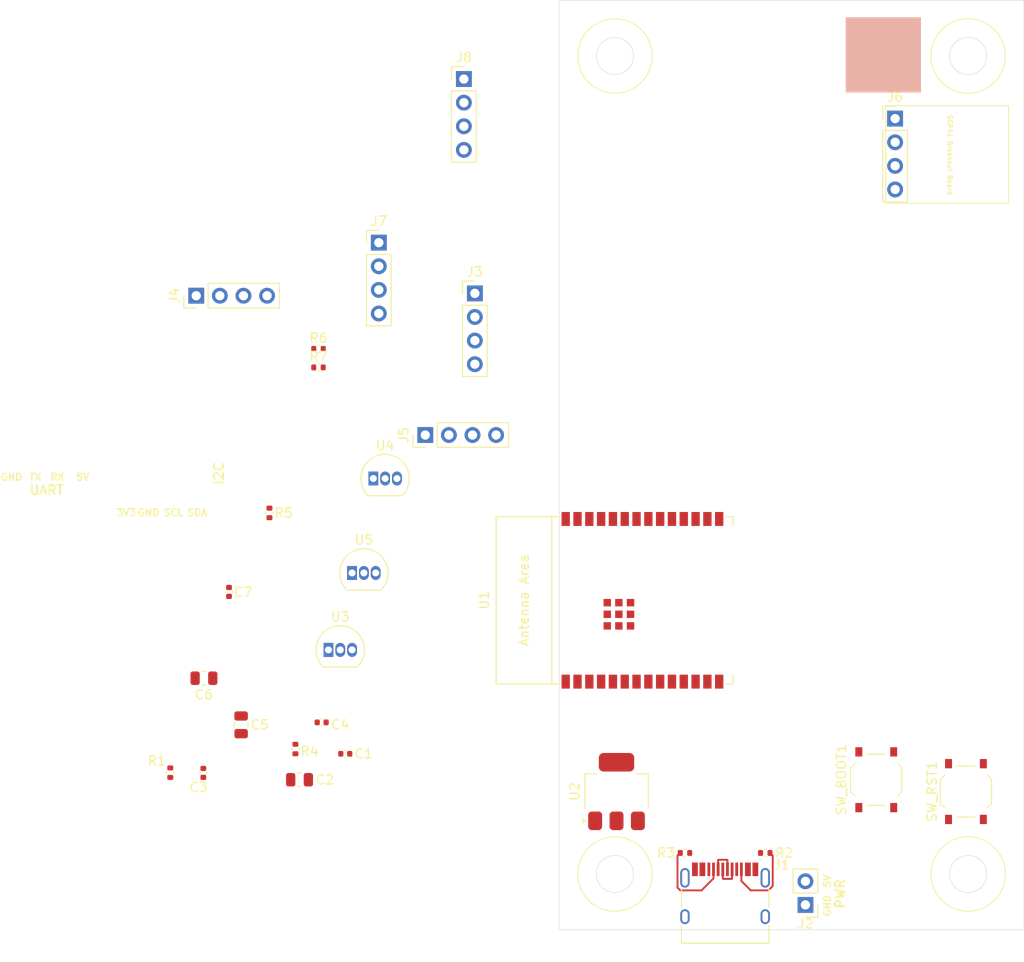
<source format=kicad_pcb>
(kicad_pcb (version 20241229) (generator "pcbnew") (generator_version "9.0")
  (layers (0 "F.Cu" signal) (2 "B.Cu" signal) (13 "F.Paste" user) (15 "B.Paste" user) (5 "F.SilkS" user "F.Silkscreen") (7 "B.SilkS" user "B.Silkscreen") (1 "F.Mask" user) (3 "B.Mask" user) (25 "Edge.Cuts" user))
  (net 0 "")
  (net 1 "+3V3")
  (net 2 "GND")
  (net 3 "Net-(J1-SHIELD)")
  (net 4 "Net-(J1-CC2)")
  (net 5 "USB_DP")
  (net 6 "+5V")
  (net 8 "Net-(J1-CC1)")
  (net 12 "SDA")
  (net 16 "SCL")
  (net 25 "EN")
  (net 26 "BOOT")
  (net 27 "RXD_1")
  (net 28 "TXD_1")
  (net 29 "TXD_0")
  (net 30 "RXD_0")
  (net 31 "DQ")
  (net 32 "USB_DN")
  (footprint "Resistor_SMD:R_0402_1005Metric" (layer "F.Cu") (at 113.536 141.732)
    (property "Reference" "R3" (at -2.03 0 0) (layer "F.SilkS"))
    (property "Value" "5.1k")
    (fp_line (start -0.153641 -0.38) (end 0.153641 -0.38) (stroke (width 0.12)) (layer "F.SilkS"))
    (fp_line (start -0.153641 0.38) (end 0.153641 0.38) (stroke (width 0.12)) (layer "F.SilkS"))
    (pad "1" smd roundrect (at -0.51 0) (size 0.54 0.64) (layers "F.Cu" "F.Mask" "F.Paste") (net 8 "Net-(J1-CC1)"))
    (pad "2" smd roundrect (at 0.51 0) (size 0.54 0.64) (layers "F.Cu" "F.Mask" "F.Paste") (net 2 "GND"))
  )
  (footprint "Capacitor_SMD:C_0402_1005Metric" (layer "F.Cu") (at 74.45 127.688748 180)
    (property "Reference" "C4" (at -2.004 -0.254 0) (layer "F.SilkS"))
    (property "Value" "100n")
    (fp_line (start -0.107836 0.36) (end 0.107836 0.36) (stroke (width 0.12)) (layer "F.SilkS"))
    (fp_line (start -0.107836 -0.36) (end 0.107836 -0.36) (stroke (width 0.12)) (layer "F.SilkS"))
    (pad "1" smd roundrect (at -0.48 0 180) (size 0.56 0.62) (layers "F.Cu" "F.Mask" "F.Paste") (net 2 "GND"))
    (pad "2" smd roundrect (at 0.48 0 180) (size 0.56 0.62) (layers "F.Cu" "F.Mask" "F.Paste") (net 25 "EN"))
  )
  (footprint "PCM_Espressif:ESP32-C6-WROOM-1" (layer "F.Cu") (at 108.966 114.554 90)
    (property "Reference" "U1" (at 0 -17.05 90) (layer "F.SilkS"))
    (property "Value" "ESP32-C6-WROOM-1")
    (fp_line (start 9 -15.75) (end 9 -9) (stroke (width 0.12)) (layer "F.SilkS"))
    (fp_line (start -9 -15.75) (end 9 -15.75) (stroke (width 0.12)) (layer "F.SilkS"))
    (fp_line (start -9 -15.75) (end -9 -9) (stroke (width 0.12)) (layer "F.SilkS"))
    (fp_line (start 9 -9.75) (end -9 -9.75) (stroke (width 0.12)) (layer "F.SilkS"))
    (fp_line (start 9 9) (end 9 9.75) (stroke (width 0.12)) (layer "F.SilkS"))
    (fp_line (start -9 9) (end -9 9.75) (stroke (width 0.12)) (layer "F.SilkS"))
    (fp_line (start 9 9.75) (end 8 9.75) (stroke (width 0.12)) (layer "F.SilkS"))
    (fp_line (start -9 9.75) (end -8 9.75) (stroke (width 0.12)) (layer "F.SilkS"))
    (fp_text user "Antenna Area" (at 0 -12.75 90) (layer "F.SilkS"))
    (pad "1" smd rect (at -8.75 -8.26 90) (size 1.5 0.9) (layers "F.Cu" "F.Mask" "F.Paste") (net 2 "GND"))
    (pad "2" smd rect (at -8.75 -6.99 90) (size 1.5 0.9) (layers "F.Cu" "F.Mask" "F.Paste") (net 1 "+3V3"))
    (pad "3" smd rect (at -8.75 -5.72 90) (size 1.5 0.9) (layers "F.Cu" "F.Mask" "F.Paste") (net 25 "EN"))
    (pad "4" smd rect (at -8.75 -4.45 90) (size 1.5 0.9) (layers "F.Cu" "F.Mask" "F.Paste"))
    (pad "5" smd rect (at -8.75 -3.18 90) (size 1.5 0.9) (layers "F.Cu" "F.Mask" "F.Paste"))
    (pad "6" smd rect (at -8.75 -1.91 90) (size 1.5 0.9) (layers "F.Cu" "F.Mask" "F.Paste"))
    (pad "7" smd rect (at -8.75 -0.64 90) (size 1.5 0.9) (layers "F.Cu" "F.Mask" "F.Paste"))
    (pad "8" smd rect (at -8.75 0.63 90) (size 1.5 0.9) (layers "F.Cu" "F.Mask" "F.Paste"))
    (pad "9" smd rect (at -8.75 1.9 90) (size 1.5 0.9) (layers "F.Cu" "F.Mask" "F.Paste"))
    (pad "10" smd rect (at -8.75 3.17 90) (size 1.5 0.9) (layers "F.Cu" "F.Mask" "F.Paste") (net 1 "+3V3"))
    (pad "11" smd rect (at -8.75 4.44 90) (size 1.5 0.9) (layers "F.Cu" "F.Mask" "F.Paste"))
    (pad "12" smd rect (at -8.75 5.71 90) (size 1.5 0.9) (layers "F.Cu" "F.Mask" "F.Paste"))
    (pad "13" smd rect (at -8.75 6.98 90) (size 1.5 0.9) (layers "F.Cu" "F.Mask" "F.Paste") (net 32 "USB_DN"))
    (pad "14" smd rect (at -8.75 8.25 90) (size 1.5 0.9) (layers "F.Cu" "F.Mask" "F.Paste") (net 5 "USB_DP"))
    (pad "15" smd rect (at 8.75 8.25 270) (size 1.5 0.9) (layers "F.Cu" "F.Mask" "F.Paste") (net 26 "BOOT"))
    (pad "16" smd rect (at 8.75 6.98 270) (size 1.5 0.9) (layers "F.Cu" "F.Mask" "F.Paste") (net 12 "SDA"))
    (pad "17" smd rect (at 8.75 5.71 270) (size 1.5 0.9) (layers "F.Cu" "F.Mask" "F.Paste") (net 16 "SCL"))
    (pad "18" smd rect (at 8.75 4.44 270) (size 1.5 0.9) (layers "F.Cu" "F.Mask" "F.Paste"))
    (pad "19" smd rect (at 8.75 3.17 270) (size 1.5 0.9) (layers "F.Cu" "F.Mask" "F.Paste"))
    (pad "20" smd rect (at 8.75 1.9 270) (size 1.5 0.9) (layers "F.Cu" "F.Mask" "F.Paste"))
    (pad "21" smd rect (at 8.75 0.63 270) (size 1.5 0.9) (layers "F.Cu" "F.Mask" "F.Paste") (net 31 "DQ"))
    (pad "22" smd rect (at 8.75 -0.64 270) (size 1.5 0.9) (layers "F.Cu" "F.Mask" "F.Paste"))
    (pad "23" smd rect (at 8.75 -1.91 270) (size 1.5 0.9) (layers "F.Cu" "F.Mask" "F.Paste"))
    (pad "24" smd rect (at 8.75 -3.18 270) (size 1.5 0.9) (layers "F.Cu" "F.Mask" "F.Paste") (net 30 "RXD_0"))
    (pad "25" smd rect (at 8.75 -4.45 270) (size 1.5 0.9) (layers "F.Cu" "F.Mask" "F.Paste") (net 29 "TXD_0"))
    (pad "26" smd rect (at 8.75 -5.72 270) (size 1.5 0.9) (layers "F.Cu" "F.Mask" "F.Paste") (net 28 "TXD_1"))
    (pad "27" smd rect (at 8.75 -6.99 270) (size 1.5 0.9) (layers "F.Cu" "F.Mask" "F.Paste") (net 27 "RXD_1"))
    (pad "28" smd rect (at 8.75 -8.26 270) (size 1.5 0.9) (layers "F.Cu" "F.Mask" "F.Paste") (net 2 "GND"))
    (pad "29" smd rect (at -2.755 -3.79 270) (size 0.8 0.8) (layers "F.Cu" "F.Mask" "F.Paste") (net 2 "GND"))
    (pad "29" smd rect (at -2.755 -2.54 270) (size 0.8 0.8) (layers "F.Cu" "F.Mask" "F.Paste") (net 2 "GND"))
    (pad "29" smd rect (at -2.755 -1.29 270) (size 0.8 0.8) (layers "F.Cu" "F.Mask" "F.Paste") (net 2 "GND"))
    (pad "29" smd rect (at -1.505 -3.79 270) (size 0.8 0.8) (layers "F.Cu" "F.Mask" "F.Paste") (net 2 "GND"))
    (pad "29" smd rect (at -1.505 -2.54 270) (size 0.8 0.8) (layers "F.Cu" "F.Mask" "F.Paste") (net 2 "GND"))
    (pad "29" smd rect (at -1.505 -1.29 270) (size 0.8 0.8) (layers "F.Cu" "F.Mask" "F.Paste") (net 2 "GND"))
    (pad "29" smd rect (at -0.255 -3.79 270) (size 0.8 0.8) (layers "F.Cu" "F.Mask" "F.Paste") (net 2 "GND"))
    (pad "29" smd rect (at -0.255 -2.54 270) (size 0.8 0.8) (layers "F.Cu" "F.Mask" "F.Paste") (net 2 "GND"))
    (pad "29" smd rect (at -0.255 -1.29 270) (size 0.8 0.8) (layers "F.Cu" "F.Mask" "F.Paste") (net 2 "GND"))
  )
  (footprint "Capacitor_SMD:C_0402_1005Metric" (layer "F.Cu") (at 76.99 131.064)
    (property "Reference" "C1" (at 1.98 0 0) (layer "F.SilkS"))
    (property "Value" "1u")
    (fp_line (start -0.107836 -0.36) (end 0.107836 -0.36) (stroke (width 0.12)) (layer "F.SilkS"))
    (fp_line (start -0.107836 0.36) (end 0.107836 0.36) (stroke (width 0.12)) (layer "F.SilkS"))
    (pad "1" smd roundrect (at -0.48 0) (size 0.56 0.62) (layers "F.Cu" "F.Mask" "F.Paste") (net 2 "GND"))
    (pad "2" smd roundrect (at 0.48 0) (size 0.56 0.62) (layers "F.Cu" "F.Mask" "F.Paste") (net 1 "+3V3"))
  )
  (footprint "Connector_PinHeader_2.54mm:PinHeader_1x02_P2.54mm_Vertical" (layer "F.Cu") (at 126.492 147.32 180)
    (property "Reference" "J2" (at 0 -2.032 180) (layer "F.SilkS"))
    (property "Value" "Power-Header")
    (fp_line (start 1.33 1.27) (end 1.33 3.87) (stroke (width 0.12)) (layer "F.SilkS"))
    (fp_line (start -1.33 3.87) (end 1.33 3.87) (stroke (width 0.12)) (layer "F.SilkS"))
    (fp_line (start -1.33 1.27) (end 1.33 1.27) (stroke (width 0.12)) (layer "F.SilkS"))
    (fp_line (start -1.33 1.27) (end -1.33 3.87) (stroke (width 0.12)) (layer "F.SilkS"))
    (fp_line (start -1.33 0) (end -1.33 -1.33) (stroke (width 0.12)) (layer "F.SilkS"))
    (fp_line (start -1.33 -1.33) (end 0 -1.33) (stroke (width 0.12)) (layer "F.SilkS"))
    (pad "1" thru_hole rect (at 0 0 180) (size 1.7 1.7) (drill 1) (layers "*.Cu" "*.Mask") (net 2 "GND"))
    (pad "2" thru_hole oval (at 0 2.54 180) (size 1.7 1.7) (drill 1) (layers "*.Cu" "*.Mask") (net 6 "+5V"))
  )
  (footprint "Package_TO_SOT_THT:TO-92_Inline" (layer "F.Cu") (at 80.01 101.452)
    (property "Reference" "U4" (at 1.27 -3.56 0) (layer "F.SilkS"))
    (property "Value" "DS18B20")
    (fp_line (start -0.53 1.85) (end 3.07 1.85) (stroke (width 0.12)) (layer "F.SilkS"))
    (fp_arc (start -0.568478 1.838478) (mid -1.132087 -0.994977) (end 1.27 -2.6) (stroke (width 0.12)) (layer "F.SilkS"))
    (fp_arc (start 1.27 -2.6) (mid 3.672087 -0.994977) (end 3.108478 1.838478) (stroke (width 0.12)) (layer "F.SilkS"))
    (pad "1" thru_hole rect (at 0 0) (size 1.05 1.5) (drill 0.75) (layers "*.Cu" "*.Mask") (net 2 "GND"))
    (pad "2" thru_hole oval (at 1.27 0) (size 1.05 1.5) (drill 0.75) (layers "*.Cu" "*.Mask") (net 31 "DQ"))
    (pad "3" thru_hole oval (at 2.54 0) (size 1.05 1.5) (drill 0.75) (layers "*.Cu" "*.Mask") (net 1 "+3V3"))
  )
  (footprint "Resistor_SMD:R_0402_1005Metric" (layer "F.Cu") (at 68.834 105.154 -90)
    (property "Reference" "R5" (at -0.002 -1.524 180) (layer "F.SilkS"))
    (property "Value" "4.7k")
    (fp_line (start -0.153641 0.38) (end 0.153641 0.38) (stroke (width 0.12)) (layer "F.SilkS"))
    (fp_line (start -0.153641 -0.38) (end 0.153641 -0.38) (stroke (width 0.12)) (layer "F.SilkS"))
    (pad "1" smd roundrect (at -0.51 0 270) (size 0.54 0.64) (layers "F.Cu" "F.Mask" "F.Paste") (net 1 "+3V3"))
    (pad "2" smd roundrect (at 0.51 0 270) (size 0.54 0.64) (layers "F.Cu" "F.Mask" "F.Paste") (net 31 "DQ"))
  )
  (footprint "Connector_PinHeader_2.54mm:PinHeader_1x04_P2.54mm_Vertical" (layer "F.Cu") (at 89.75 58.48)
    (property "Reference" "J8" (at 0 -2.33 0) (layer "F.SilkS"))
    (property "Value" "AHT20+BMP280BB")
    (fp_line (start -1.33 -1.33) (end 0 -1.33) (stroke (width 0.12)) (layer "F.SilkS"))
    (fp_line (start -1.33 0) (end -1.33 -1.33) (stroke (width 0.12)) (layer "F.SilkS"))
    (fp_line (start -1.33 1.27) (end -1.33 8.95) (stroke (width 0.12)) (layer "F.SilkS"))
    (fp_line (start -1.33 1.27) (end 1.33 1.27) (stroke (width 0.12)) (layer "F.SilkS"))
    (fp_line (start -1.33 8.95) (end 1.33 8.95) (stroke (width 0.12)) (layer "F.SilkS"))
    (fp_line (start 1.33 1.27) (end 1.33 8.95) (stroke (width 0.12)) (layer "F.SilkS"))
    (pad "1" thru_hole rect (at 0 0) (size 1.7 1.7) (drill 1) (layers "*.Cu" "*.Mask") (net 1 "+3V3"))
    (pad "2" thru_hole oval (at 0 2.54) (size 1.7 1.7) (drill 1) (layers "*.Cu" "*.Mask") (net 12 "SDA"))
    (pad "3" thru_hole oval (at 0 5.08) (size 1.7 1.7) (drill 1) (layers "*.Cu" "*.Mask") (net 2 "GND"))
    (pad "4" thru_hole oval (at 0 7.62) (size 1.7 1.7) (drill 1) (layers "*.Cu" "*.Mask") (net 16 "SCL"))
  )
  (footprint "Button_Switch_SMD:SW_Push_1P1T_XKB_TS-1187A" (layer "F.Cu") (at 143.764 135.128 -90)
    (property "Reference" "SW_RST1" (at 0 3.653 90) (layer "F.SilkS"))
    (property "Value" "TS-1187A-B-A-B")
    (fp_line (start -1.3 2.75) (end 1.3 2.75) (stroke (width 0.12)) (layer "F.SilkS"))
    (fp_line (start -1.75 2.3) (end -1.3 2.75) (stroke (width 0.12)) (layer "F.SilkS"))
    (fp_line (start 1.75 2.3) (end 1.3 2.75) (stroke (width 0.12)) (layer "F.SilkS"))
    (fp_line (start -2.75 -1) (end -2.75 1) (stroke (width 0.12)) (layer "F.SilkS"))
    (fp_line (start 2.75 -1) (end 2.75 1) (stroke (width 0.12)) (layer "F.SilkS"))
    (fp_line (start -1.75 -2.3) (end -1.3 -2.75) (stroke (width 0.12)) (layer "F.SilkS"))
    (fp_line (start 1.75 -2.3) (end 1.3 -2.75) (stroke (width 0.12)) (layer "F.SilkS"))
    (fp_line (start -1.3 -2.75) (end 1.3 -2.75) (stroke (width 0.12)) (layer "F.SilkS"))
    (pad "1" smd rect (at -3 -1.875 270) (size 1 0.75) (layers "F.Cu" "F.Mask" "F.Paste") (net 2 "GND"))
    (pad "1" smd rect (at 3 -1.875 270) (size 1 0.75) (layers "F.Cu" "F.Mask" "F.Paste") (net 2 "GND"))
    (pad "2" smd rect (at -3 1.875 270) (size 1 0.75) (layers "F.Cu" "F.Mask" "F.Paste") (net 25 "EN"))
    (pad "2" smd rect (at 3 1.875 270) (size 1 0.75) (layers "F.Cu" "F.Mask" "F.Paste") (net 25 "EN"))
  )
  (footprint "Package_TO_SOT_THT:TO-92_Inline" (layer "F.Cu") (at 75.184 119.888)
    (property "Reference" "U3" (at 1.27 -3.56 0) (layer "F.SilkS"))
    (property "Value" "DS18B20")
    (fp_line (start -0.53 1.85) (end 3.07 1.85) (stroke (width 0.12)) (layer "F.SilkS"))
    (fp_arc (start -0.568478 1.838478) (mid -1.132087 -0.994977) (end 1.27 -2.6) (stroke (width 0.12)) (layer "F.SilkS"))
    (fp_arc (start 1.27 -2.6) (mid 3.672087 -0.994977) (end 3.108478 1.838478) (stroke (width 0.12)) (layer "F.SilkS"))
    (pad "1" thru_hole rect (at 0 0) (size 1.05 1.5) (drill 0.75) (layers "*.Cu" "*.Mask") (net 2 "GND"))
    (pad "2" thru_hole oval (at 1.27 0) (size 1.05 1.5) (drill 0.75) (layers "*.Cu" "*.Mask") (net 31 "DQ"))
    (pad "3" thru_hole oval (at 2.54 0) (size 1.05 1.5) (drill 0.75) (layers "*.Cu" "*.Mask") (net 1 "+3V3"))
  )
  (footprint "Capacitor_SMD:C_0402_1005Metric" (layer "F.Cu") (at 64.486 113.652 90)
    (property "Reference" "C7" (at -0.028 1.524 0) (layer "F.SilkS"))
    (property "Value" "100n")
    (fp_line (start -0.107836 -0.36) (end 0.107836 -0.36) (stroke (width 0.12)) (layer "F.SilkS"))
    (fp_line (start -0.107836 0.36) (end 0.107836 0.36) (stroke (width 0.12)) (layer "F.SilkS"))
    (pad "1" smd roundrect (at -0.48 0 90) (size 0.56 0.62) (layers "F.Cu" "F.Mask" "F.Paste") (net 26 "BOOT"))
    (pad "2" smd roundrect (at 0.48 0 90) (size 0.56 0.62) (layers "F.Cu" "F.Mask" "F.Paste") (net 2 "GND"))
  )
  (footprint "Resistor_SMD:R_0402_1005Metric" (layer "F.Cu") (at 74.11 89.5)
    (property "Reference" "R7" (at 0 -1.17 0) (layer "F.SilkS"))
    (property "Value" "4.7k")
    (fp_line (start -0.153641 -0.38) (end 0.153641 -0.38) (stroke (width 0.12)) (layer "F.SilkS"))
    (fp_line (start -0.153641 0.38) (end 0.153641 0.38) (stroke (width 0.12)) (layer "F.SilkS"))
    (pad "1" smd roundrect (at -0.51 0) (size 0.54 0.64) (layers "F.Cu" "F.Mask" "F.Paste") (net 1 "+3V3"))
    (pad "2" smd roundrect (at 0.51 0) (size 0.54 0.64) (layers "F.Cu" "F.Mask" "F.Paste") (net 12 "SDA"))
  )
  (footprint "Package_TO_SOT_SMD:SOT-223-3_TabPin2" (layer "F.Cu") (at 106.172 135.128 90)
    (property "Reference" "U2" (at 0 -4.5 90) (layer "F.SilkS"))
    (property "Value" "AMS1117-3.3")
    (fp_line (start 1.91 -3.41) (end 1.91 -2.15) (stroke (width 0.12)) (layer "F.SilkS"))
    (fp_line (start -1.85 -3.41) (end 1.91 -3.41) (stroke (width 0.12)) (layer "F.SilkS"))
    (fp_line (start 1.91 3.41) (end 1.91 2.15) (stroke (width 0.12)) (layer "F.SilkS"))
    (fp_line (start -1.85 3.41) (end 1.91 3.41) (stroke (width 0.12)) (layer "F.SilkS"))
    (fp_poly (pts (xy -3.13 -3.31) (xy -3.37 -3.64) (xy -2.89 -3.64) (xy -3.13 -3.31)) (stroke (width 0.12)) (fill yes) (layer "F.SilkS"))
    (pad "1" smd roundrect (at -3.15 -2.3 90) (size 2 1.5) (layers "F.Cu" "F.Mask" "F.Paste") (net 2 "GND"))
    (pad "2" smd roundrect (at -3.15 0 90) (size 2 1.5) (layers "F.Cu" "F.Mask" "F.Paste") (net 1 "+3V3"))
    (pad "2" smd roundrect (at 3.15 0 90) (size 2 3.8) (layers "F.Cu" "F.Mask" "F.Paste") (net 1 "+3V3"))
    (pad "3" smd roundrect (at -3.15 2.3 90) (size 2 1.5) (layers "F.Cu" "F.Mask" "F.Paste") (net 6 "+5V"))
  )
  (footprint "Resistor_SMD:R_0402_1005Metric" (layer "F.Cu") (at 74.11 87.51)
    (property "Reference" "R6" (at 0 -1.17 0) (layer "F.SilkS"))
    (property "Value" "4.7k")
    (fp_line (start -0.153641 -0.38) (end 0.153641 -0.38) (stroke (width 0.12)) (layer "F.SilkS"))
    (fp_line (start -0.153641 0.38) (end 0.153641 0.38) (stroke (width 0.12)) (layer "F.SilkS"))
    (pad "1" smd roundrect (at -0.51 0) (size 0.54 0.64) (layers "F.Cu" "F.Mask" "F.Paste") (net 1 "+3V3"))
    (pad "2" smd roundrect (at 0.51 0) (size 0.54 0.64) (layers "F.Cu" "F.Mask" "F.Paste") (net 16 "SCL"))
  )
  (footprint "Capacitor_SMD:C_0402_1005Metric" (layer "F.Cu") (at 61.722 133.124 90)
    (property "Reference" "C3" (at -1.552 -0.508 0) (layer "F.SilkS"))
    (property "Value" "4.7n")
    (fp_line (start -0.107836 -0.36) (end 0.107836 -0.36) (stroke (width 0.12)) (layer "F.SilkS"))
    (fp_line (start -0.107836 0.36) (end 0.107836 0.36) (stroke (width 0.12)) (layer "F.SilkS"))
    (pad "1" smd roundrect (at -0.48 0 90) (size 0.56 0.62) (layers "F.Cu" "F.Mask" "F.Paste") (net 2 "GND"))
    (pad "2" smd roundrect (at 0.48 0 90) (size 0.56 0.62) (layers "F.Cu" "F.Mask" "F.Paste") (net 3 "Net-(J1-SHIELD)"))
  )
  (footprint "Connector_PinHeader_2.54mm:PinHeader_1x04_P2.54mm_Vertical" (layer "F.Cu") (at 85.598 96.774 90)
    (property "Reference" "J5" (at 0 -2.33 90) (layer "F.SilkS"))
    (property "Value" "I2C")
    (fp_line (start -1.33 -1.33) (end 0 -1.33) (stroke (width 0.12)) (layer "F.SilkS"))
    (fp_line (start -1.33 0) (end -1.33 -1.33) (stroke (width 0.12)) (layer "F.SilkS"))
    (fp_line (start 1.33 1.27) (end 1.33 8.95) (stroke (width 0.12)) (layer "F.SilkS"))
    (fp_line (start -1.33 1.27) (end 1.33 1.27) (stroke (width 0.12)) (layer "F.SilkS"))
    (fp_line (start -1.33 1.27) (end -1.33 8.95) (stroke (width 0.12)) (layer "F.SilkS"))
    (fp_line (start -1.33 8.95) (end 1.33 8.95) (stroke (width 0.12)) (layer "F.SilkS"))
    (pad "1" thru_hole rect (at 0 0 90) (size 1.7 1.7) (drill 1) (layers "*.Cu" "*.Mask") (net 1 "+3V3"))
    (pad "2" thru_hole oval (at 0 2.54 90) (size 1.7 1.7) (drill 1) (layers "*.Cu" "*.Mask") (net 2 "GND"))
    (pad "3" thru_hole oval (at 0 5.08 90) (size 1.7 1.7) (drill 1) (layers "*.Cu" "*.Mask") (net 16 "SCL"))
    (pad "4" thru_hole oval (at 0 7.62 90) (size 1.7 1.7) (drill 1) (layers "*.Cu" "*.Mask") (net 12 "SDA"))
  )
  (footprint "Connector_PinHeader_2.54mm:PinHeader_1x04_P2.54mm_Vertical" (layer "F.Cu") (at 60.96 81.788 90)
    (property "Reference" "J4" (at 0 -2.33 90) (layer "F.SilkS"))
    (property "Value" "I2C")
    (fp_line (start -1.33 -1.33) (end 0 -1.33) (stroke (width 0.12)) (layer "F.SilkS"))
    (fp_line (start -1.33 0) (end -1.33 -1.33) (stroke (width 0.12)) (layer "F.SilkS"))
    (fp_line (start 1.33 1.27) (end 1.33 8.95) (stroke (width 0.12)) (layer "F.SilkS"))
    (fp_line (start -1.33 1.27) (end 1.33 1.27) (stroke (width 0.12)) (layer "F.SilkS"))
    (fp_line (start -1.33 1.27) (end -1.33 8.95) (stroke (width 0.12)) (layer "F.SilkS"))
    (fp_line (start -1.33 8.95) (end 1.33 8.95) (stroke (width 0.12)) (layer "F.SilkS"))
    (pad "1" thru_hole rect (at 0 0 90) (size 1.7 1.7) (drill 1) (layers "*.Cu" "*.Mask") (net 1 "+3V3"))
    (pad "2" thru_hole oval (at 0 2.54 90) (size 1.7 1.7) (drill 1) (layers "*.Cu" "*.Mask") (net 2 "GND"))
    (pad "3" thru_hole oval (at 0 5.08 90) (size 1.7 1.7) (drill 1) (layers "*.Cu" "*.Mask") (net 16 "SCL"))
    (pad "4" thru_hole oval (at 0 7.62 90) (size 1.7 1.7) (drill 1) (layers "*.Cu" "*.Mask") (net 12 "SDA"))
  )
  (footprint "Connector_PinHeader_2.54mm:PinHeader_1x04_P2.54mm_Vertical" (layer "F.Cu") (at 90.932 81.534)
    (property "Reference" "J3" (at 0 -2.33 0) (layer "F.SilkS"))
    (property "Value" "UART")
    (fp_line (start -1.33 -1.33) (end 0 -1.33) (stroke (width 0.12)) (layer "F.SilkS"))
    (fp_line (start -1.33 0) (end -1.33 -1.33) (stroke (width 0.12)) (layer "F.SilkS"))
    (fp_line (start -1.33 1.27) (end -1.33 8.95) (stroke (width 0.12)) (layer "F.SilkS"))
    (fp_line (start -1.33 1.27) (end 1.33 1.27) (stroke (width 0.12)) (layer "F.SilkS"))
    (fp_line (start -1.33 8.95) (end 1.33 8.95) (stroke (width 0.12)) (layer "F.SilkS"))
    (fp_line (start 1.33 1.27) (end 1.33 8.95) (stroke (width 0.12)) (layer "F.SilkS"))
    (pad "1" thru_hole rect (at 0 0) (size 1.7 1.7) (drill 1) (layers "*.Cu" "*.Mask") (net 2 "GND"))
    (pad "2" thru_hole oval (at 0 2.54) (size 1.7 1.7) (drill 1) (layers "*.Cu" "*.Mask") (net 29 "TXD_0"))
    (pad "3" thru_hole oval (at 0 5.08) (size 1.7 1.7) (drill 1) (layers "*.Cu" "*.Mask") (net 30 "RXD_0"))
    (pad "4" thru_hole oval (at 0 7.62) (size 1.7 1.7) (drill 1) (layers "*.Cu" "*.Mask") (net 6 "+5V"))
  )
  (footprint "Button_Switch_SMD:SW_Push_1P1T_XKB_TS-1187A" (layer "F.Cu") (at 134.112 133.858 90)
    (property "Reference" "SW_BOOT1" (at 0 -3.75 90) (layer "F.SilkS"))
    (property "Value" "TS-1187A-B-A-B")
    (fp_line (start -1.3 -2.75) (end 1.3 -2.75) (stroke (width 0.12)) (layer "F.SilkS"))
    (fp_line (start 1.75 -2.3) (end 1.3 -2.75) (stroke (width 0.12)) (layer "F.SilkS"))
    (fp_line (start -1.75 -2.3) (end -1.3 -2.75) (stroke (width 0.12)) (layer "F.SilkS"))
    (fp_line (start 2.75 -1) (end 2.75 1) (stroke (width 0.12)) (layer "F.SilkS"))
    (fp_line (start -2.75 -1) (end -2.75 1) (stroke (width 0.12)) (layer "F.SilkS"))
    (fp_line (start 1.75 2.3) (end 1.3 2.75) (stroke (width 0.12)) (layer "F.SilkS"))
    (fp_line (start -1.75 2.3) (end -1.3 2.75) (stroke (width 0.12)) (layer "F.SilkS"))
    (fp_line (start -1.3 2.75) (end 1.3 2.75) (stroke (width 0.12)) (layer "F.SilkS"))
    (pad "1" smd rect (at -3 -1.875 90) (size 1 0.75) (layers "F.Cu" "F.Mask" "F.Paste") (net 26 "BOOT"))
    (pad "1" smd rect (at 3 -1.875 90) (size 1 0.75) (layers "F.Cu" "F.Mask" "F.Paste") (net 26 "BOOT"))
    (pad "2" smd rect (at -3 1.875 90) (size 1 0.75) (layers "F.Cu" "F.Mask" "F.Paste") (net 2 "GND"))
    (pad "2" smd rect (at 3 1.875 90) (size 1 0.75) (layers "F.Cu" "F.Mask" "F.Paste") (net 2 "GND"))
  )
  (footprint "Capacitor_SMD:C_0805_2012Metric" (layer "F.Cu") (at 65.786 127.95 90)
    (property "Reference" "C5" (at 0 2 180) (layer "F.SilkS"))
    (property "Value" "47u")
    (fp_line (start -0.261252 -0.735) (end 0.261252 -0.735) (stroke (width 0.12)) (layer "F.SilkS"))
    (fp_line (start -0.261252 0.735) (end 0.261252 0.735) (stroke (width 0.12)) (layer "F.SilkS"))
    (pad "1" smd roundrect (at -0.95 0 90) (size 1 1.45) (layers "F.Cu" "F.Mask" "F.Paste") (net 6 "+5V"))
    (pad "2" smd roundrect (at 0.95 0 90) (size 1 1.45) (layers "F.Cu" "F.Mask" "F.Paste") (net 2 "GND"))
  )
  (footprint "Resistor_SMD:R_0402_1005Metric" (layer "F.Cu") (at 58.166 133.098 -90)
    (property "Reference" "R1" (at -1.272 1.45 180) (layer "F.SilkS"))
    (property "Value" "1M")
    (fp_line (start -0.153641 0.38) (end 0.153641 0.38) (stroke (width 0.12)) (layer "F.SilkS"))
    (fp_line (start -0.153641 -0.38) (end 0.153641 -0.38) (stroke (width 0.12)) (layer "F.SilkS"))
    (pad "1" smd roundrect (at -0.51 0 270) (size 0.54 0.64) (layers "F.Cu" "F.Mask" "F.Paste") (net 2 "GND"))
    (pad "2" smd roundrect (at 0.51 0 270) (size 0.54 0.64) (layers "F.Cu" "F.Mask" "F.Paste") (net 3 "Net-(J1-SHIELD)"))
  )
  (footprint "Resistor_SMD:R_0402_1005Metric" (layer "F.Cu") (at 122.176 141.732 180)
    (property "Reference" "R2" (at -2.03 0 0) (layer "F.SilkS"))
    (property "Value" "5.1k")
    (fp_line (start -0.153641 0.38) (end 0.153641 0.38) (stroke (width 0.12)) (layer "F.SilkS"))
    (fp_line (start -0.153641 -0.38) (end 0.153641 -0.38) (stroke (width 0.12)) (layer "F.SilkS"))
    (pad "1" smd roundrect (at -0.51 0 180) (size 0.54 0.64) (layers "F.Cu" "F.Mask" "F.Paste") (net 4 "Net-(J1-CC2)"))
    (pad "2" smd roundrect (at 0.51 0 180) (size 0.54 0.64) (layers "F.Cu" "F.Mask" "F.Paste") (net 2 "GND"))
  )
  (footprint "Package_TO_SOT_THT:TO-92_Inline" (layer "F.Cu") (at 77.724 111.612)
    (property "Reference" "U5" (at 1.27 -3.56 0) (layer "F.SilkS"))
    (property "Value" "DS18B20")
    (fp_line (start -0.53 1.85) (end 3.07 1.85) (stroke (width 0.12)) (layer "F.SilkS"))
    (fp_arc (start -0.568478 1.838478) (mid -1.132087 -0.994977) (end 1.27 -2.6) (stroke (width 0.12)) (layer "F.SilkS"))
    (fp_arc (start 1.27 -2.6) (mid 3.672087 -0.994977) (end 3.108478 1.838478) (stroke (width 0.12)) (layer "F.SilkS"))
    (pad "1" thru_hole rect (at 0 0) (size 1.05 1.5) (drill 0.75) (layers "*.Cu" "*.Mask") (net 2 "GND"))
    (pad "2" thru_hole oval (at 1.27 0) (size 1.05 1.5) (drill 0.75) (layers "*.Cu" "*.Mask") (net 31 "DQ"))
    (pad "3" thru_hole oval (at 2.54 0) (size 1.05 1.5) (drill 0.75) (layers "*.Cu" "*.Mask") (net 1 "+3V3"))
  )
  (footprint "Capacitor_SMD:C_0805_2012Metric" (layer "F.Cu") (at 72.07 133.858)
    (property "Reference" "C2" (at 2.728 0 0) (layer "F.SilkS"))
    (property "Value" "47u")
    (fp_line (start -0.261252 -0.735) (end 0.261252 -0.735) (stroke (width 0.12)) (layer "F.SilkS"))
    (fp_line (start -0.261252 0.735) (end 0.261252 0.735) (stroke (width 0.12)) (layer "F.SilkS"))
    (pad "1" smd roundrect (at -0.95 0) (size 1 1.45) (layers "F.Cu" "F.Mask" "F.Paste") (net 2 "GND"))
    (pad "2" smd roundrect (at 0.95 0) (size 1 1.45) (layers "F.Cu" "F.Mask" "F.Paste") (net 1 "+3V3"))
  )
  (footprint "Connector_USB:USB_C_Receptacle_HRO_TYPE-C-31-M-12" (layer "F.Cu") (at 117.854 147.54)
    (property "Reference" "J1" (at 6.098 -4.538 0) (layer "F.SilkS"))
    (property "Value" "TYPE-C-31-M-04")
    (fp_line (start -4.7 -1.9) (end -4.7 0.1) (stroke (width 0.12)) (layer "F.SilkS"))
    (fp_line (start -4.7 2) (end -4.7 3.9) (stroke (width 0.12)) (layer "F.SilkS"))
    (fp_line (start -4.7 3.9) (end 4.7 3.9) (stroke (width 0.12)) (layer "F.SilkS"))
    (fp_line (start 4.7 -1.9) (end 4.7 0.1) (stroke (width 0.12)) (layer "F.SilkS"))
    (fp_line (start 4.7 2) (end 4.7 3.9) (stroke (width 0.12)) (layer "F.SilkS"))
    (pad "" np_thru_hole circle (at -2.89 -2.6) (size 0.65 0.65) (drill 0.65) (layers "*.Cu" "*.Mask"))
    (pad "" np_thru_hole circle (at 2.89 -2.6) (size 0.65 0.65) (drill 0.65) (layers "*.Cu" "*.Mask"))
    (pad "A1" smd rect (at -3.25 -4.045) (size 0.6 1.45) (layers "F.Cu" "F.Mask" "F.Paste") (net 2 "GND"))
    (pad "A4" smd rect (at -2.45 -4.045) (size 0.6 1.45) (layers "F.Cu" "F.Mask" "F.Paste") (net 6 "+5V"))
    (pad "A5" smd rect (at -1.25 -4.045) (size 0.3 1.45) (layers "F.Cu" "F.Mask" "F.Paste") (net 8 "Net-(J1-CC1)"))
    (pad "A6" smd rect (at -0.25 -4.045) (size 0.3 1.45) (layers "F.Cu" "F.Mask" "F.Paste") (net 5 "USB_DP"))
    (pad "A7" smd rect (at 0.25 -4.045) (size 0.3 1.45) (layers "F.Cu" "F.Mask" "F.Paste") (net 32 "USB_DN"))
    (pad "A8" smd rect (at 1.25 -4.045) (size 0.3 1.45) (layers "F.Cu" "F.Mask" "F.Paste"))
    (pad "A9" smd rect (at 2.45 -4.045) (size 0.6 1.45) (layers "F.Cu" "F.Mask" "F.Paste") (net 6 "+5V"))
    (pad "A12" smd rect (at 3.25 -4.045) (size 0.6 1.45) (layers "F.Cu" "F.Mask" "F.Paste") (net 2 "GND"))
    (pad "B1" smd rect (at 3.25 -4.045) (size 0.6 1.45) (layers "F.Cu" "F.Mask" "F.Paste") (net 2 "GND"))
    (pad "B4" smd rect (at 2.45 -4.045) (size 0.6 1.45) (layers "F.Cu" "F.Mask" "F.Paste") (net 6 "+5V"))
    (pad "B5" smd rect (at 1.75 -4.045) (size 0.3 1.45) (layers "F.Cu" "F.Mask" "F.Paste") (net 4 "Net-(J1-CC2)"))
    (pad "B6" smd rect (at 0.75 -4.045) (size 0.3 1.45) (layers "F.Cu" "F.Mask" "F.Paste") (net 5 "USB_DP"))
    (pad "B7" smd rect (at -0.75 -4.045) (size 0.3 1.45) (layers "F.Cu" "F.Mask" "F.Paste") (net 32 "USB_DN"))
    (pad "B8" smd rect (at -1.75 -4.045) (size 0.3 1.45) (layers "F.Cu" "F.Mask" "F.Paste"))
    (pad "B9" smd rect (at -2.45 -4.045) (size 0.6 1.45) (layers "F.Cu" "F.Mask" "F.Paste") (net 6 "+5V"))
    (pad "B12" smd rect (at -3.25 -4.045) (size 0.6 1.45) (layers "F.Cu" "F.Mask" "F.Paste") (net 2 "GND"))
    (pad "S1" thru_hole oval (at -4.32 -3.13) (size 1 2.1) (drill oval 0.6 1.7) (property pad_prop_heatsink) (layers "*.Cu" "*.Mask") (net 3 "Net-(J1-SHIELD)"))
    (pad "S1" thru_hole oval (at -4.32 1.05) (size 1 1.6) (drill oval 0.6 1.2) (property pad_prop_heatsink) (layers "*.Cu" "*.Mask") (net 3 "Net-(J1-SHIELD)"))
    (pad "S1" thru_hole oval (at 4.32 -3.13) (size 1 2.1) (drill oval 0.6 1.7) (property pad_prop_heatsink) (layers "*.Cu" "*.Mask") (net 3 "Net-(J1-SHIELD)"))
    (pad "S1" thru_hole oval (at 4.32 1.05) (size 1 1.6) (drill oval 0.6 1.2) (property pad_prop_heatsink) (layers "*.Cu" "*.Mask") (net 3 "Net-(J1-SHIELD)"))
  )
  (footprint "Connector_PinHeader_2.54mm:PinHeader_1x04_P2.54mm_Vertical" (layer "F.Cu") (at 136.144 62.738)
    (property "Reference" "J6" (at 0 -2.33 0) (layer "F.SilkS"))
    (property "Value" "SGP41BB")
    (fp_line (start -1.33 -1.33) (end 0 -1.33) (stroke (width 0.12)) (layer "F.SilkS"))
    (fp_line (start -1.33 0) (end -1.33 -1.33) (stroke (width 0.12)) (layer "F.SilkS"))
    (fp_line (start -1.33 1.27) (end -1.33 8.95) (stroke (width 0.12)) (layer "F.SilkS"))
    (fp_line (start -1.33 1.27) (end 1.33 1.27) (stroke (width 0.12)) (layer "F.SilkS"))
    (fp_line (start -1.33 8.95) (end 1.33 8.95) (stroke (width 0.12)) (layer "F.SilkS"))
    (fp_line (start 1.33 1.27) (end 1.33 8.95) (stroke (width 0.12)) (layer "F.SilkS"))
    (pad "1" thru_hole rect (at 0 0) (size 1.7 1.7) (drill 1) (layers "*.Cu" "*.Mask") (net 1 "+3V3"))
    (pad "2" thru_hole oval (at 0 2.54) (size 1.7 1.7) (drill 1) (layers "*.Cu" "*.Mask") (net 2 "GND"))
    (pad "3" thru_hole oval (at 0 5.08) (size 1.7 1.7) (drill 1) (layers "*.Cu" "*.Mask") (net 16 "SCL"))
    (pad "4" thru_hole oval (at 0 7.62) (size 1.7 1.7) (drill 1) (layers "*.Cu" "*.Mask") (net 12 "SDA"))
  )
  (footprint "Connector_PinHeader_2.54mm:PinHeader_1x04_P2.54mm_Vertical" (layer "F.Cu") (at 80.6 76.08)
    (property "Reference" "J7" (at 0 -2.33 0) (layer "F.SilkS"))
    (property "Value" "SCD41BB")
    (fp_line (start -1.33 -1.33) (end 0 -1.33) (stroke (width 0.12)) (layer "F.SilkS"))
    (fp_line (start -1.33 0) (end -1.33 -1.33) (stroke (width 0.12)) (layer "F.SilkS"))
    (fp_line (start -1.33 1.27) (end -1.33 8.95) (stroke (width 0.12)) (layer "F.SilkS"))
    (fp_line (start -1.33 1.27) (end 1.33 1.27) (stroke (width 0.12)) (layer "F.SilkS"))
    (fp_line (start -1.33 8.95) (end 1.33 8.95) (stroke (width 0.12)) (layer "F.SilkS"))
    (fp_line (start 1.33 1.27) (end 1.33 8.95) (stroke (width 0.12)) (layer "F.SilkS"))
    (pad "1" thru_hole rect (at 0 0) (size 1.7 1.7) (drill 1) (layers "*.Cu" "*.Mask") (net 2 "GND"))
    (pad "2" thru_hole oval (at 0 2.54) (size 1.7 1.7) (drill 1) (layers "*.Cu" "*.Mask") (net 1 "+3V3"))
    (pad "3" thru_hole oval (at 0 5.08) (size 1.7 1.7) (drill 1) (layers "*.Cu" "*.Mask") (net 16 "SCL"))
    (pad "4" thru_hole oval (at 0 7.62) (size 1.7 1.7) (drill 1) (layers "*.Cu" "*.Mask") (net 12 "SDA"))
  )
  (footprint "Capacitor_SMD:C_0805_2012Metric" (layer "F.Cu") (at 61.788 122.936)
    (property "Reference" "C6" (at 0 1.778 0) (layer "F.SilkS"))
    (property "Value" "47u")
    (fp_line (start -0.261252 -0.735) (end 0.261252 -0.735) (stroke (width 0.12)) (layer "F.SilkS"))
    (fp_line (start -0.261252 0.735) (end 0.261252 0.735) (stroke (width 0.12)) (layer "F.SilkS"))
    (pad "1" smd roundrect (at -0.95 0) (size 1 1.45) (layers "F.Cu" "F.Mask" "F.Paste") (net 1 "+3V3"))
    (pad "2" smd roundrect (at 0.95 0) (size 1 1.45) (layers "F.Cu" "F.Mask" "F.Paste") (net 2 "GND"))
  )
  (footprint "Resistor_SMD:R_0402_1005Metric" (layer "F.Cu") (at 71.628 130.554 -90)
    (property "Reference" "R4" (at 0.252 -1.524 180) (layer "F.SilkS"))
    (property "Value" "10k")
    (fp_line (start -0.153641 0.38) (end 0.153641 0.38) (stroke (width 0.12)) (layer "F.SilkS"))
    (fp_line (start -0.153641 -0.38) (end 0.153641 -0.38) (stroke (width 0.12)) (layer "F.SilkS"))
    (pad "1" smd roundrect (at -0.51 0 270) (size 0.54 0.64) (layers "F.Cu" "F.Mask" "F.Paste") (net 25 "EN"))
    (pad "2" smd roundrect (at 0.51 0 270) (size 0.54 0.64) (layers "F.Cu" "F.Mask" "F.Paste") (net 1 "+3V3"))
  )
  (gr_circle (center 144 56) (end 144 60) (stroke (width 0.1)) (fill no) (layer "F.SilkS"))
  (gr_circle (center 106 56) (end 106 60) (stroke (width 0.1)) (fill no) (layer "F.SilkS"))
  (gr_circle (center 106 144) (end 106 148) (stroke (width 0.1)) (fill no) (layer "F.SilkS"))
  (gr_circle (center 144 144) (end 144 148) (stroke (width 0.1)) (fill no) (layer "F.SilkS"))
  (gr_rect (start 148.344 61.338) (end 135.144 71.838) (stroke (width 0.1)) (fill no) (layer "F.SilkS"))
  (gr_rect (start 130.874 51.88) (end 138.874 59.88) (stroke (width 0.1)) (fill yes) (layer "B.SilkS"))
  (gr_circle (center 144 56) (end 146 56) (stroke (width 0.05)) (fill no) (layer "Edge.Cuts"))
  (gr_line (start 150 150) (end 150 50) (stroke (width 0.05)) (layer "Edge.Cuts"))
  (gr_circle (center 106 144) (end 108 144) (stroke (width 0.05)) (fill no) (layer "Edge.Cuts"))
  (gr_line (start 100 150) (end 150 150) (stroke (width 0.05)) (layer "Edge.Cuts"))
  (gr_line (start 100 50) (end 150 50) (stroke (width 0.05)) (layer "Edge.Cuts"))
  (gr_circle (center 144 144) (end 146 144) (stroke (width 0.05)) (fill no) (layer "Edge.Cuts"))
  (gr_circle (center 106 56) (end 108 56) (stroke (width 0.05)) (fill no) (layer "Edge.Cuts"))
  (gr_line (start 100 150) (end 100 50) (stroke (width 0.05)) (layer "Edge.Cuts"))
  (gr_text "I2C\n" (at 63.978 102.25 90) (layer "F.SilkS") (effects (font (size 1 1) (thickness 0.2)) (justify left bottom)))
  (gr_text "PWR" (at 130.81 147.828 90) (layer "F.SilkS") (effects (font (size 1 1) (thickness 0.2)) (justify left bottom)))
  (gr_text "TX" (at 42.896 101.742 0) (layer "F.SilkS") (effects (font (size 0.75 0.75)) (justify left bottom)))
  (gr_text "SDA" (at 59.914 105.552 0) (layer "F.SilkS") (effects (font (size 0.75 0.75)) (justify left bottom)))
  (gr_text "5V\n" (at 47.976 101.742 0) (layer "F.SilkS") (effects (font (size 0.75 0.75)) (justify left bottom)))
  (gr_text "GND" (at 129.286 148.65 90) (layer "F.SilkS") (effects (font (size 0.75 0.75)) (justify left bottom)))
  (gr_text "UART\n" (at 42.896 103.266 0) (layer "F.SilkS") (effects (font (size 1 1) (thickness 0.2)) (justify left bottom)))
  (gr_text "RX\n" (at 45.182 101.742 0) (layer "F.SilkS") (effects (font (size 0.75 0.75)) (justify left bottom)))
  (gr_text "SGP41 Breakout Board" (at 141.744 62.258 270) (layer "F.SilkS") (effects (font (size 0.5 0.5) (thickness 0.1)) (justify left bottom)))
  (gr_text "3V3\n" (at 52.294 105.552 0) (layer "F.SilkS") (effects (font (size 0.75 0.75)) (justify left bottom)))
  (gr_text "GND" (at 39.848 101.742 0) (layer "F.SilkS") (effects (font (size 0.75 0.75)) (justify left bottom)))
  (gr_text "GND" (at 54.58 105.552 0) (layer "F.SilkS") (effects (font (size 0.75 0.75)) (justify left bottom)))
  (gr_text "SCL\n" (at 57.374 105.552 0) (layer "F.SilkS") (effects (font (size 0.75 0.75)) (justify left bottom)))
  (gr_text "5V\n" (at 129.286 145.542 90) (layer "F.SilkS") (effects (font (size 0.75 0.75)) (justify left bottom)))
  (segment (start 122.975 142.021) (end 122.686 141.732) (width 0.2) (layer "F.Cu") (net 4))
  (segment (start 119.604 144.756008) (end 120.608992 145.761) (width 0.2) (layer "F.Cu") (net 4))
  (segment (start 120.608992 145.761) (end 122.505785 145.761) (width 0.2) (layer "F.Cu") (net 4))
  (segment (start 119.604 143.495) (end 119.604 144.756008) (width 0.2) (layer "F.Cu") (net 4))
  (segment (start 122.975 145.291785) (end 122.975 142.021) (width 0.2) (layer "F.Cu") (net 4))
  (segment (start 122.505785 145.761) (end 122.975 145.291785) (width 0.2) (layer "F.Cu") (net 4))
  (segment (start 118.555 144.521) (end 117.653 144.521) (width 0.2) (layer "F.Cu") (net 5))
  (segment (start 117.653 144.521) (end 117.604 144.472) (width 0.2) (layer "F.Cu") (net 5))
  (segment (start 118.604 143.495) (end 118.604 144.472) (width 0.2) (layer "F.Cu") (net 5))
  (segment (start 117.604 144.472) (end 117.604 143.495) (width 0.2) (layer "F.Cu") (net 5))
  (segment (start 118.604 144.472) (end 118.555 144.521) (width 0.2) (layer "F.Cu") (net 5))
  (segment (start 116.604 143.495) (end 116.604 144.472) (width 0.2) (layer "F.Cu") (net 8))
  (segment (start 113.03 145.761) (end 112.733 145.464) (width 0.2) (layer "F.Cu") (net 8))
  (segment (start 116.604 144.472) (end 115.315 145.761) (width 0.2) (layer "F.Cu") (net 8))
  (segment (start 112.733 145.464) (end 112.733 142.025) (width 0.2) (layer "F.Cu") (net 8))
  (segment (start 115.315 145.761) (end 113.03 145.761) (width 0.2) (layer "F.Cu") (net 8))
  (segment (start 112.733 142.025) (end 113.026 141.732) (width 0.2) (layer "F.Cu") (net 8))
  (segment (start 118.104 142.518) (end 118.104 143.495) (width 0.2) (layer "F.Cu") (net 32))
  (segment (start 118.055 142.469) (end 118.104 142.518) (width 0.2) (layer "F.Cu") (net 32))
  (segment (start 117.153 142.469) (end 118.055 142.469) (width 0.2) (layer "F.Cu") (net 32))
  (segment (start 117.104 142.518) (end 117.153 142.469) (width 0.2) (layer "F.Cu") (net 32))
  (segment (start 117.104 143.495) (end 117.104 142.518) (width 0.2) (layer "F.Cu") (net 32))
)
</source>
